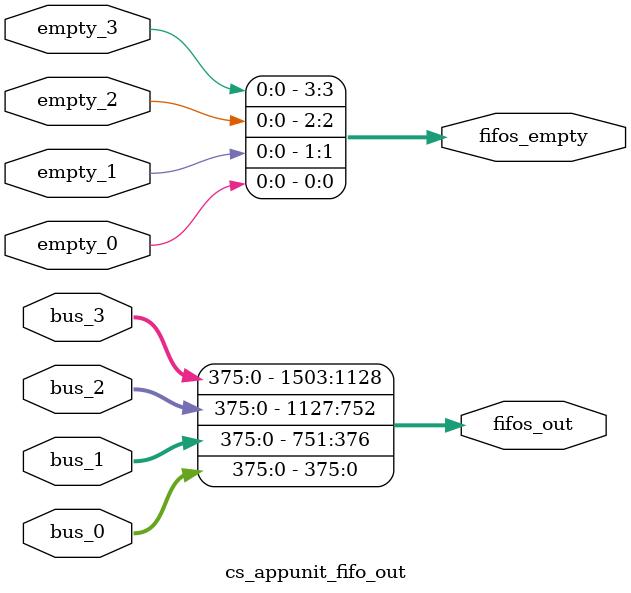
<source format=v>
`timescale 1ns / 1ps

module cs_appunit_fifo_out
#(
    parameter MAX_BIT_SAMPLES = 8,
    parameter COUNTER_WIDTH = 48
)
(
    input [(320+MAX_BIT_SAMPLES+COUNTER_WIDTH)-1:0] bus_0,
    input [(320+MAX_BIT_SAMPLES+COUNTER_WIDTH)-1:0] bus_1,
    input [(320+MAX_BIT_SAMPLES+COUNTER_WIDTH)-1:0] bus_2,
    input [(320+MAX_BIT_SAMPLES+COUNTER_WIDTH)-1:0] bus_3,
    input empty_0,
    input empty_1,
    input empty_2,
    input empty_3,
    output [4*(320+MAX_BIT_SAMPLES+COUNTER_WIDTH)-1:0] fifos_out,
    output [3:0] fifos_empty
    );

    assign fifos_empty = {empty_3, empty_2, empty_1, empty_0};
    assign fifos_out = {
        bus_3,
        bus_2,
        bus_1,
        bus_0
    };

endmodule

</source>
